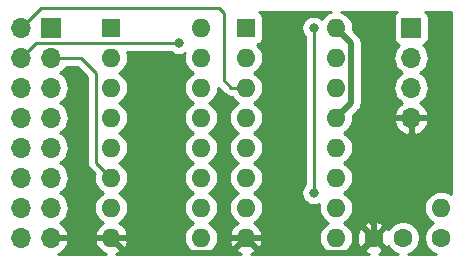
<source format=gtl>
G04 #@! TF.GenerationSoftware,KiCad,Pcbnew,(5.1.2-1)-1*
G04 #@! TF.CreationDate,2023-07-30T19:19:47+02:00*
G04 #@! TF.ProjectId,nanoLink,6e616e6f-4c69-46e6-9b2e-6b696361645f,rev?*
G04 #@! TF.SameCoordinates,Original*
G04 #@! TF.FileFunction,Copper,L1,Top*
G04 #@! TF.FilePolarity,Positive*
%FSLAX46Y46*%
G04 Gerber Fmt 4.6, Leading zero omitted, Abs format (unit mm)*
G04 Created by KiCad (PCBNEW (5.1.2-1)-1) date 2023-07-30 19:19:47*
%MOMM*%
%LPD*%
G04 APERTURE LIST*
%ADD10O,1.600000X1.600000*%
%ADD11C,1.600000*%
%ADD12R,1.600000X1.600000*%
%ADD13O,1.700000X1.700000*%
%ADD14R,1.700000X1.700000*%
%ADD15C,0.800000*%
%ADD16C,0.250000*%
%ADD17C,0.500000*%
%ADD18C,0.254000*%
G04 APERTURE END LIST*
D10*
X48260000Y-27940000D03*
D11*
X48260000Y-30480000D03*
D10*
X39355000Y-12700000D03*
X31735000Y-30480000D03*
X39355000Y-15240000D03*
X31735000Y-27940000D03*
X39355000Y-17780000D03*
X31735000Y-25400000D03*
X39355000Y-20320000D03*
X31735000Y-22860000D03*
X39355000Y-22860000D03*
X31735000Y-20320000D03*
X39355000Y-25400000D03*
X31735000Y-17780000D03*
X39355000Y-27940000D03*
X31735000Y-15240000D03*
X39355000Y-30480000D03*
D12*
X31735000Y-12700000D03*
D10*
X27940000Y-12700000D03*
X20320000Y-30480000D03*
X27940000Y-15240000D03*
X20320000Y-27940000D03*
X27940000Y-17780000D03*
X20320000Y-25400000D03*
X27940000Y-20320000D03*
X20320000Y-22860000D03*
X27940000Y-22860000D03*
X20320000Y-20320000D03*
X27940000Y-25400000D03*
X20320000Y-17780000D03*
X27940000Y-27940000D03*
X20320000Y-15240000D03*
X27940000Y-30480000D03*
D12*
X20320000Y-12700000D03*
D11*
X45045000Y-30480000D03*
X42545000Y-30480000D03*
D13*
X45720000Y-20320000D03*
X45720000Y-17780000D03*
X45720000Y-15240000D03*
D14*
X45720000Y-12700000D03*
D13*
X12700000Y-30480000D03*
X15240000Y-30480000D03*
X12700000Y-27940000D03*
X15240000Y-27940000D03*
X12700000Y-25400000D03*
X15240000Y-25400000D03*
X12700000Y-22860000D03*
X15240000Y-22860000D03*
X12700000Y-20320000D03*
X15240000Y-20320000D03*
X12700000Y-17780000D03*
X15240000Y-17780000D03*
X12700000Y-15240000D03*
X15240000Y-15240000D03*
X12700000Y-12700000D03*
D14*
X15240000Y-12700000D03*
D15*
X37465000Y-26670000D03*
X37465000Y-12700000D03*
X26035000Y-13970000D03*
D16*
X37465000Y-26670000D02*
X37465000Y-12700000D01*
D17*
X15241000Y-30480000D02*
X15204000Y-30443000D01*
X15240000Y-30480000D02*
X20320000Y-30480000D01*
X20320000Y-30480000D02*
X21590000Y-31750000D01*
X21590000Y-31750000D02*
X30480000Y-31750000D01*
X30480000Y-31735000D02*
X31735000Y-30480000D01*
X30480000Y-31750000D02*
X30480000Y-31735000D01*
X31735000Y-30480000D02*
X33005000Y-31750000D01*
X41275000Y-31750000D02*
X42545000Y-30480000D01*
X33005000Y-31750000D02*
X41275000Y-31750000D01*
X42545000Y-29348630D02*
X41910000Y-28713630D01*
X42545000Y-30480000D02*
X42545000Y-29348630D01*
X41910000Y-28713630D02*
X41910000Y-21590000D01*
X43180000Y-20320000D02*
X45720000Y-20320000D01*
X41910000Y-21590000D02*
X43180000Y-20320000D01*
D16*
X12700000Y-15240000D02*
X13970000Y-13970000D01*
X13970000Y-13970000D02*
X26035000Y-13970000D01*
X30480000Y-17780000D02*
X31735000Y-17780000D01*
X29845000Y-17145000D02*
X30480000Y-17780000D01*
X29845000Y-11430000D02*
X29845000Y-17145000D01*
X29433010Y-11018010D02*
X29845000Y-11430000D01*
X14381990Y-11018010D02*
X29433010Y-11018010D01*
X12700000Y-12700000D02*
X14381990Y-11018010D01*
D17*
X40154999Y-13499999D02*
X39355000Y-12700000D01*
X40640000Y-19035000D02*
X40640000Y-13985000D01*
X40640000Y-13985000D02*
X40154999Y-13499999D01*
X39355000Y-20320000D02*
X40640000Y-19035000D01*
D16*
X15240000Y-15240000D02*
X17780000Y-15240000D01*
X17780000Y-15240000D02*
X19050000Y-16510000D01*
X19050000Y-16510000D02*
X19050000Y-24130000D01*
X19050000Y-24130000D02*
X20320000Y-25400000D01*
D18*
G36*
X25375226Y-14773937D02*
G01*
X25544744Y-14887205D01*
X25733102Y-14965226D01*
X25933061Y-15005000D01*
X26136939Y-15005000D01*
X26336898Y-14965226D01*
X26525256Y-14887205D01*
X26553090Y-14868607D01*
X26525764Y-14958691D01*
X26498057Y-15240000D01*
X26525764Y-15521309D01*
X26607818Y-15791808D01*
X26741068Y-16041101D01*
X26920392Y-16259608D01*
X27138899Y-16438932D01*
X27271858Y-16510000D01*
X27138899Y-16581068D01*
X26920392Y-16760392D01*
X26741068Y-16978899D01*
X26607818Y-17228192D01*
X26525764Y-17498691D01*
X26498057Y-17780000D01*
X26525764Y-18061309D01*
X26607818Y-18331808D01*
X26741068Y-18581101D01*
X26920392Y-18799608D01*
X27138899Y-18978932D01*
X27271858Y-19050000D01*
X27138899Y-19121068D01*
X26920392Y-19300392D01*
X26741068Y-19518899D01*
X26607818Y-19768192D01*
X26525764Y-20038691D01*
X26498057Y-20320000D01*
X26525764Y-20601309D01*
X26607818Y-20871808D01*
X26741068Y-21121101D01*
X26920392Y-21339608D01*
X27138899Y-21518932D01*
X27271858Y-21590000D01*
X27138899Y-21661068D01*
X26920392Y-21840392D01*
X26741068Y-22058899D01*
X26607818Y-22308192D01*
X26525764Y-22578691D01*
X26498057Y-22860000D01*
X26525764Y-23141309D01*
X26607818Y-23411808D01*
X26741068Y-23661101D01*
X26920392Y-23879608D01*
X27138899Y-24058932D01*
X27271858Y-24130000D01*
X27138899Y-24201068D01*
X26920392Y-24380392D01*
X26741068Y-24598899D01*
X26607818Y-24848192D01*
X26525764Y-25118691D01*
X26498057Y-25400000D01*
X26525764Y-25681309D01*
X26607818Y-25951808D01*
X26741068Y-26201101D01*
X26920392Y-26419608D01*
X27138899Y-26598932D01*
X27271858Y-26670000D01*
X27138899Y-26741068D01*
X26920392Y-26920392D01*
X26741068Y-27138899D01*
X26607818Y-27388192D01*
X26525764Y-27658691D01*
X26498057Y-27940000D01*
X26525764Y-28221309D01*
X26607818Y-28491808D01*
X26741068Y-28741101D01*
X26920392Y-28959608D01*
X27138899Y-29138932D01*
X27271858Y-29210000D01*
X27138899Y-29281068D01*
X26920392Y-29460392D01*
X26741068Y-29678899D01*
X26607818Y-29928192D01*
X26525764Y-30198691D01*
X26498057Y-30480000D01*
X26525764Y-30761309D01*
X26607818Y-31031808D01*
X26741068Y-31281101D01*
X26920392Y-31499608D01*
X27138899Y-31678932D01*
X27388192Y-31812182D01*
X27519456Y-31852000D01*
X20724637Y-31852000D01*
X20933881Y-31777070D01*
X21175131Y-31632385D01*
X21383519Y-31443414D01*
X21551037Y-31217420D01*
X21671246Y-30963087D01*
X21711904Y-30829039D01*
X21589915Y-30607000D01*
X20447000Y-30607000D01*
X20447000Y-30627000D01*
X20193000Y-30627000D01*
X20193000Y-30607000D01*
X19050085Y-30607000D01*
X18928096Y-30829039D01*
X18968754Y-30963087D01*
X19088963Y-31217420D01*
X19256481Y-31443414D01*
X19464869Y-31632385D01*
X19706119Y-31777070D01*
X19915363Y-31852000D01*
X15792761Y-31852000D01*
X15871252Y-31824157D01*
X16121355Y-31675178D01*
X16337588Y-31480269D01*
X16511641Y-31246920D01*
X16636825Y-30984099D01*
X16681476Y-30836890D01*
X16560155Y-30607000D01*
X15367000Y-30607000D01*
X15367000Y-30627000D01*
X15113000Y-30627000D01*
X15113000Y-30607000D01*
X15093000Y-30607000D01*
X15093000Y-30353000D01*
X15113000Y-30353000D01*
X15113000Y-30333000D01*
X15367000Y-30333000D01*
X15367000Y-30353000D01*
X16560155Y-30353000D01*
X16681476Y-30123110D01*
X16636825Y-29975901D01*
X16511641Y-29713080D01*
X16337588Y-29479731D01*
X16121355Y-29284822D01*
X16004477Y-29215201D01*
X16069014Y-29180706D01*
X16295134Y-28995134D01*
X16480706Y-28769014D01*
X16618599Y-28511034D01*
X16703513Y-28231111D01*
X16732185Y-27940000D01*
X16703513Y-27648889D01*
X16618599Y-27368966D01*
X16480706Y-27110986D01*
X16295134Y-26884866D01*
X16069014Y-26699294D01*
X16014209Y-26670000D01*
X16069014Y-26640706D01*
X16295134Y-26455134D01*
X16480706Y-26229014D01*
X16618599Y-25971034D01*
X16703513Y-25691111D01*
X16732185Y-25400000D01*
X16703513Y-25108889D01*
X16618599Y-24828966D01*
X16480706Y-24570986D01*
X16295134Y-24344866D01*
X16069014Y-24159294D01*
X16014209Y-24130000D01*
X16069014Y-24100706D01*
X16295134Y-23915134D01*
X16480706Y-23689014D01*
X16618599Y-23431034D01*
X16703513Y-23151111D01*
X16732185Y-22860000D01*
X16703513Y-22568889D01*
X16618599Y-22288966D01*
X16480706Y-22030986D01*
X16295134Y-21804866D01*
X16069014Y-21619294D01*
X16014209Y-21590000D01*
X16069014Y-21560706D01*
X16295134Y-21375134D01*
X16480706Y-21149014D01*
X16618599Y-20891034D01*
X16703513Y-20611111D01*
X16732185Y-20320000D01*
X16703513Y-20028889D01*
X16618599Y-19748966D01*
X16480706Y-19490986D01*
X16295134Y-19264866D01*
X16069014Y-19079294D01*
X16014209Y-19050000D01*
X16069014Y-19020706D01*
X16295134Y-18835134D01*
X16480706Y-18609014D01*
X16618599Y-18351034D01*
X16703513Y-18071111D01*
X16732185Y-17780000D01*
X16703513Y-17488889D01*
X16618599Y-17208966D01*
X16480706Y-16950986D01*
X16295134Y-16724866D01*
X16069014Y-16539294D01*
X16014209Y-16510000D01*
X16069014Y-16480706D01*
X16295134Y-16295134D01*
X16480706Y-16069014D01*
X16517595Y-16000000D01*
X17465199Y-16000000D01*
X18290000Y-16824802D01*
X18290001Y-24092668D01*
X18286324Y-24130000D01*
X18290001Y-24167333D01*
X18292449Y-24192182D01*
X18300998Y-24278985D01*
X18344454Y-24422246D01*
X18415026Y-24554276D01*
X18451648Y-24598899D01*
X18510000Y-24670001D01*
X18538998Y-24693799D01*
X18919292Y-25074094D01*
X18905764Y-25118691D01*
X18878057Y-25400000D01*
X18905764Y-25681309D01*
X18987818Y-25951808D01*
X19121068Y-26201101D01*
X19300392Y-26419608D01*
X19518899Y-26598932D01*
X19651858Y-26670000D01*
X19518899Y-26741068D01*
X19300392Y-26920392D01*
X19121068Y-27138899D01*
X18987818Y-27388192D01*
X18905764Y-27658691D01*
X18878057Y-27940000D01*
X18905764Y-28221309D01*
X18987818Y-28491808D01*
X19121068Y-28741101D01*
X19300392Y-28959608D01*
X19518899Y-29138932D01*
X19656682Y-29212579D01*
X19464869Y-29327615D01*
X19256481Y-29516586D01*
X19088963Y-29742580D01*
X18968754Y-29996913D01*
X18928096Y-30130961D01*
X19050085Y-30353000D01*
X20193000Y-30353000D01*
X20193000Y-30333000D01*
X20447000Y-30333000D01*
X20447000Y-30353000D01*
X21589915Y-30353000D01*
X21711904Y-30130961D01*
X21671246Y-29996913D01*
X21551037Y-29742580D01*
X21383519Y-29516586D01*
X21175131Y-29327615D01*
X20983318Y-29212579D01*
X21121101Y-29138932D01*
X21339608Y-28959608D01*
X21518932Y-28741101D01*
X21652182Y-28491808D01*
X21734236Y-28221309D01*
X21761943Y-27940000D01*
X21734236Y-27658691D01*
X21652182Y-27388192D01*
X21518932Y-27138899D01*
X21339608Y-26920392D01*
X21121101Y-26741068D01*
X20988142Y-26670000D01*
X21121101Y-26598932D01*
X21339608Y-26419608D01*
X21518932Y-26201101D01*
X21652182Y-25951808D01*
X21734236Y-25681309D01*
X21761943Y-25400000D01*
X21734236Y-25118691D01*
X21652182Y-24848192D01*
X21518932Y-24598899D01*
X21339608Y-24380392D01*
X21121101Y-24201068D01*
X20988142Y-24130000D01*
X21121101Y-24058932D01*
X21339608Y-23879608D01*
X21518932Y-23661101D01*
X21652182Y-23411808D01*
X21734236Y-23141309D01*
X21761943Y-22860000D01*
X21734236Y-22578691D01*
X21652182Y-22308192D01*
X21518932Y-22058899D01*
X21339608Y-21840392D01*
X21121101Y-21661068D01*
X20988142Y-21590000D01*
X21121101Y-21518932D01*
X21339608Y-21339608D01*
X21518932Y-21121101D01*
X21652182Y-20871808D01*
X21734236Y-20601309D01*
X21761943Y-20320000D01*
X21734236Y-20038691D01*
X21652182Y-19768192D01*
X21518932Y-19518899D01*
X21339608Y-19300392D01*
X21121101Y-19121068D01*
X20988142Y-19050000D01*
X21121101Y-18978932D01*
X21339608Y-18799608D01*
X21518932Y-18581101D01*
X21652182Y-18331808D01*
X21734236Y-18061309D01*
X21761943Y-17780000D01*
X21734236Y-17498691D01*
X21652182Y-17228192D01*
X21518932Y-16978899D01*
X21339608Y-16760392D01*
X21121101Y-16581068D01*
X20988142Y-16510000D01*
X21121101Y-16438932D01*
X21339608Y-16259608D01*
X21518932Y-16041101D01*
X21652182Y-15791808D01*
X21734236Y-15521309D01*
X21761943Y-15240000D01*
X21734236Y-14958691D01*
X21664864Y-14730000D01*
X25331289Y-14730000D01*
X25375226Y-14773937D01*
X25375226Y-14773937D01*
G37*
X25375226Y-14773937D02*
X25544744Y-14887205D01*
X25733102Y-14965226D01*
X25933061Y-15005000D01*
X26136939Y-15005000D01*
X26336898Y-14965226D01*
X26525256Y-14887205D01*
X26553090Y-14868607D01*
X26525764Y-14958691D01*
X26498057Y-15240000D01*
X26525764Y-15521309D01*
X26607818Y-15791808D01*
X26741068Y-16041101D01*
X26920392Y-16259608D01*
X27138899Y-16438932D01*
X27271858Y-16510000D01*
X27138899Y-16581068D01*
X26920392Y-16760392D01*
X26741068Y-16978899D01*
X26607818Y-17228192D01*
X26525764Y-17498691D01*
X26498057Y-17780000D01*
X26525764Y-18061309D01*
X26607818Y-18331808D01*
X26741068Y-18581101D01*
X26920392Y-18799608D01*
X27138899Y-18978932D01*
X27271858Y-19050000D01*
X27138899Y-19121068D01*
X26920392Y-19300392D01*
X26741068Y-19518899D01*
X26607818Y-19768192D01*
X26525764Y-20038691D01*
X26498057Y-20320000D01*
X26525764Y-20601309D01*
X26607818Y-20871808D01*
X26741068Y-21121101D01*
X26920392Y-21339608D01*
X27138899Y-21518932D01*
X27271858Y-21590000D01*
X27138899Y-21661068D01*
X26920392Y-21840392D01*
X26741068Y-22058899D01*
X26607818Y-22308192D01*
X26525764Y-22578691D01*
X26498057Y-22860000D01*
X26525764Y-23141309D01*
X26607818Y-23411808D01*
X26741068Y-23661101D01*
X26920392Y-23879608D01*
X27138899Y-24058932D01*
X27271858Y-24130000D01*
X27138899Y-24201068D01*
X26920392Y-24380392D01*
X26741068Y-24598899D01*
X26607818Y-24848192D01*
X26525764Y-25118691D01*
X26498057Y-25400000D01*
X26525764Y-25681309D01*
X26607818Y-25951808D01*
X26741068Y-26201101D01*
X26920392Y-26419608D01*
X27138899Y-26598932D01*
X27271858Y-26670000D01*
X27138899Y-26741068D01*
X26920392Y-26920392D01*
X26741068Y-27138899D01*
X26607818Y-27388192D01*
X26525764Y-27658691D01*
X26498057Y-27940000D01*
X26525764Y-28221309D01*
X26607818Y-28491808D01*
X26741068Y-28741101D01*
X26920392Y-28959608D01*
X27138899Y-29138932D01*
X27271858Y-29210000D01*
X27138899Y-29281068D01*
X26920392Y-29460392D01*
X26741068Y-29678899D01*
X26607818Y-29928192D01*
X26525764Y-30198691D01*
X26498057Y-30480000D01*
X26525764Y-30761309D01*
X26607818Y-31031808D01*
X26741068Y-31281101D01*
X26920392Y-31499608D01*
X27138899Y-31678932D01*
X27388192Y-31812182D01*
X27519456Y-31852000D01*
X20724637Y-31852000D01*
X20933881Y-31777070D01*
X21175131Y-31632385D01*
X21383519Y-31443414D01*
X21551037Y-31217420D01*
X21671246Y-30963087D01*
X21711904Y-30829039D01*
X21589915Y-30607000D01*
X20447000Y-30607000D01*
X20447000Y-30627000D01*
X20193000Y-30627000D01*
X20193000Y-30607000D01*
X19050085Y-30607000D01*
X18928096Y-30829039D01*
X18968754Y-30963087D01*
X19088963Y-31217420D01*
X19256481Y-31443414D01*
X19464869Y-31632385D01*
X19706119Y-31777070D01*
X19915363Y-31852000D01*
X15792761Y-31852000D01*
X15871252Y-31824157D01*
X16121355Y-31675178D01*
X16337588Y-31480269D01*
X16511641Y-31246920D01*
X16636825Y-30984099D01*
X16681476Y-30836890D01*
X16560155Y-30607000D01*
X15367000Y-30607000D01*
X15367000Y-30627000D01*
X15113000Y-30627000D01*
X15113000Y-30607000D01*
X15093000Y-30607000D01*
X15093000Y-30353000D01*
X15113000Y-30353000D01*
X15113000Y-30333000D01*
X15367000Y-30333000D01*
X15367000Y-30353000D01*
X16560155Y-30353000D01*
X16681476Y-30123110D01*
X16636825Y-29975901D01*
X16511641Y-29713080D01*
X16337588Y-29479731D01*
X16121355Y-29284822D01*
X16004477Y-29215201D01*
X16069014Y-29180706D01*
X16295134Y-28995134D01*
X16480706Y-28769014D01*
X16618599Y-28511034D01*
X16703513Y-28231111D01*
X16732185Y-27940000D01*
X16703513Y-27648889D01*
X16618599Y-27368966D01*
X16480706Y-27110986D01*
X16295134Y-26884866D01*
X16069014Y-26699294D01*
X16014209Y-26670000D01*
X16069014Y-26640706D01*
X16295134Y-26455134D01*
X16480706Y-26229014D01*
X16618599Y-25971034D01*
X16703513Y-25691111D01*
X16732185Y-25400000D01*
X16703513Y-25108889D01*
X16618599Y-24828966D01*
X16480706Y-24570986D01*
X16295134Y-24344866D01*
X16069014Y-24159294D01*
X16014209Y-24130000D01*
X16069014Y-24100706D01*
X16295134Y-23915134D01*
X16480706Y-23689014D01*
X16618599Y-23431034D01*
X16703513Y-23151111D01*
X16732185Y-22860000D01*
X16703513Y-22568889D01*
X16618599Y-22288966D01*
X16480706Y-22030986D01*
X16295134Y-21804866D01*
X16069014Y-21619294D01*
X16014209Y-21590000D01*
X16069014Y-21560706D01*
X16295134Y-21375134D01*
X16480706Y-21149014D01*
X16618599Y-20891034D01*
X16703513Y-20611111D01*
X16732185Y-20320000D01*
X16703513Y-20028889D01*
X16618599Y-19748966D01*
X16480706Y-19490986D01*
X16295134Y-19264866D01*
X16069014Y-19079294D01*
X16014209Y-19050000D01*
X16069014Y-19020706D01*
X16295134Y-18835134D01*
X16480706Y-18609014D01*
X16618599Y-18351034D01*
X16703513Y-18071111D01*
X16732185Y-17780000D01*
X16703513Y-17488889D01*
X16618599Y-17208966D01*
X16480706Y-16950986D01*
X16295134Y-16724866D01*
X16069014Y-16539294D01*
X16014209Y-16510000D01*
X16069014Y-16480706D01*
X16295134Y-16295134D01*
X16480706Y-16069014D01*
X16517595Y-16000000D01*
X17465199Y-16000000D01*
X18290000Y-16824802D01*
X18290001Y-24092668D01*
X18286324Y-24130000D01*
X18290001Y-24167333D01*
X18292449Y-24192182D01*
X18300998Y-24278985D01*
X18344454Y-24422246D01*
X18415026Y-24554276D01*
X18451648Y-24598899D01*
X18510000Y-24670001D01*
X18538998Y-24693799D01*
X18919292Y-25074094D01*
X18905764Y-25118691D01*
X18878057Y-25400000D01*
X18905764Y-25681309D01*
X18987818Y-25951808D01*
X19121068Y-26201101D01*
X19300392Y-26419608D01*
X19518899Y-26598932D01*
X19651858Y-26670000D01*
X19518899Y-26741068D01*
X19300392Y-26920392D01*
X19121068Y-27138899D01*
X18987818Y-27388192D01*
X18905764Y-27658691D01*
X18878057Y-27940000D01*
X18905764Y-28221309D01*
X18987818Y-28491808D01*
X19121068Y-28741101D01*
X19300392Y-28959608D01*
X19518899Y-29138932D01*
X19656682Y-29212579D01*
X19464869Y-29327615D01*
X19256481Y-29516586D01*
X19088963Y-29742580D01*
X18968754Y-29996913D01*
X18928096Y-30130961D01*
X19050085Y-30353000D01*
X20193000Y-30353000D01*
X20193000Y-30333000D01*
X20447000Y-30333000D01*
X20447000Y-30353000D01*
X21589915Y-30353000D01*
X21711904Y-30130961D01*
X21671246Y-29996913D01*
X21551037Y-29742580D01*
X21383519Y-29516586D01*
X21175131Y-29327615D01*
X20983318Y-29212579D01*
X21121101Y-29138932D01*
X21339608Y-28959608D01*
X21518932Y-28741101D01*
X21652182Y-28491808D01*
X21734236Y-28221309D01*
X21761943Y-27940000D01*
X21734236Y-27658691D01*
X21652182Y-27388192D01*
X21518932Y-27138899D01*
X21339608Y-26920392D01*
X21121101Y-26741068D01*
X20988142Y-26670000D01*
X21121101Y-26598932D01*
X21339608Y-26419608D01*
X21518932Y-26201101D01*
X21652182Y-25951808D01*
X21734236Y-25681309D01*
X21761943Y-25400000D01*
X21734236Y-25118691D01*
X21652182Y-24848192D01*
X21518932Y-24598899D01*
X21339608Y-24380392D01*
X21121101Y-24201068D01*
X20988142Y-24130000D01*
X21121101Y-24058932D01*
X21339608Y-23879608D01*
X21518932Y-23661101D01*
X21652182Y-23411808D01*
X21734236Y-23141309D01*
X21761943Y-22860000D01*
X21734236Y-22578691D01*
X21652182Y-22308192D01*
X21518932Y-22058899D01*
X21339608Y-21840392D01*
X21121101Y-21661068D01*
X20988142Y-21590000D01*
X21121101Y-21518932D01*
X21339608Y-21339608D01*
X21518932Y-21121101D01*
X21652182Y-20871808D01*
X21734236Y-20601309D01*
X21761943Y-20320000D01*
X21734236Y-20038691D01*
X21652182Y-19768192D01*
X21518932Y-19518899D01*
X21339608Y-19300392D01*
X21121101Y-19121068D01*
X20988142Y-19050000D01*
X21121101Y-18978932D01*
X21339608Y-18799608D01*
X21518932Y-18581101D01*
X21652182Y-18331808D01*
X21734236Y-18061309D01*
X21761943Y-17780000D01*
X21734236Y-17498691D01*
X21652182Y-17228192D01*
X21518932Y-16978899D01*
X21339608Y-16760392D01*
X21121101Y-16581068D01*
X20988142Y-16510000D01*
X21121101Y-16438932D01*
X21339608Y-16259608D01*
X21518932Y-16041101D01*
X21652182Y-15791808D01*
X21734236Y-15521309D01*
X21761943Y-15240000D01*
X21734236Y-14958691D01*
X21664864Y-14730000D01*
X25331289Y-14730000D01*
X25375226Y-14773937D01*
G36*
X44418815Y-11398815D02*
G01*
X44339463Y-11495506D01*
X44280498Y-11605820D01*
X44244188Y-11725518D01*
X44231928Y-11850000D01*
X44231928Y-13550000D01*
X44244188Y-13674482D01*
X44280498Y-13794180D01*
X44339463Y-13904494D01*
X44418815Y-14001185D01*
X44515506Y-14080537D01*
X44625820Y-14139502D01*
X44694687Y-14160393D01*
X44664866Y-14184866D01*
X44479294Y-14410986D01*
X44341401Y-14668966D01*
X44256487Y-14948889D01*
X44227815Y-15240000D01*
X44256487Y-15531111D01*
X44341401Y-15811034D01*
X44479294Y-16069014D01*
X44664866Y-16295134D01*
X44890986Y-16480706D01*
X44945791Y-16510000D01*
X44890986Y-16539294D01*
X44664866Y-16724866D01*
X44479294Y-16950986D01*
X44341401Y-17208966D01*
X44256487Y-17488889D01*
X44227815Y-17780000D01*
X44256487Y-18071111D01*
X44341401Y-18351034D01*
X44479294Y-18609014D01*
X44664866Y-18835134D01*
X44890986Y-19020706D01*
X44955523Y-19055201D01*
X44838645Y-19124822D01*
X44622412Y-19319731D01*
X44448359Y-19553080D01*
X44323175Y-19815901D01*
X44278524Y-19963110D01*
X44399845Y-20193000D01*
X45593000Y-20193000D01*
X45593000Y-20173000D01*
X45847000Y-20173000D01*
X45847000Y-20193000D01*
X47040155Y-20193000D01*
X47161476Y-19963110D01*
X47116825Y-19815901D01*
X46991641Y-19553080D01*
X46817588Y-19319731D01*
X46601355Y-19124822D01*
X46484477Y-19055201D01*
X46549014Y-19020706D01*
X46775134Y-18835134D01*
X46960706Y-18609014D01*
X47098599Y-18351034D01*
X47183513Y-18071111D01*
X47212185Y-17780000D01*
X47183513Y-17488889D01*
X47098599Y-17208966D01*
X46960706Y-16950986D01*
X46775134Y-16724866D01*
X46549014Y-16539294D01*
X46494209Y-16510000D01*
X46549014Y-16480706D01*
X46775134Y-16295134D01*
X46960706Y-16069014D01*
X47098599Y-15811034D01*
X47183513Y-15531111D01*
X47212185Y-15240000D01*
X47183513Y-14948889D01*
X47098599Y-14668966D01*
X46960706Y-14410986D01*
X46775134Y-14184866D01*
X46745313Y-14160393D01*
X46814180Y-14139502D01*
X46924494Y-14080537D01*
X47021185Y-14001185D01*
X47100537Y-13904494D01*
X47159502Y-13794180D01*
X47195812Y-13674482D01*
X47208072Y-13550000D01*
X47208072Y-11850000D01*
X47195812Y-11725518D01*
X47159502Y-11605820D01*
X47100537Y-11495506D01*
X47021185Y-11398815D01*
X46934896Y-11328000D01*
X49116725Y-11328000D01*
X49123513Y-11328666D01*
X49124000Y-11333301D01*
X49124001Y-26792688D01*
X49061101Y-26741068D01*
X48811808Y-26607818D01*
X48541309Y-26525764D01*
X48330492Y-26505000D01*
X48189508Y-26505000D01*
X47978691Y-26525764D01*
X47708192Y-26607818D01*
X47458899Y-26741068D01*
X47240392Y-26920392D01*
X47061068Y-27138899D01*
X46927818Y-27388192D01*
X46845764Y-27658691D01*
X46818057Y-27940000D01*
X46845764Y-28221309D01*
X46927818Y-28491808D01*
X47061068Y-28741101D01*
X47240392Y-28959608D01*
X47458899Y-29138932D01*
X47585029Y-29206350D01*
X47580273Y-29208320D01*
X47345241Y-29365363D01*
X47145363Y-29565241D01*
X46988320Y-29800273D01*
X46880147Y-30061426D01*
X46825000Y-30338665D01*
X46825000Y-30621335D01*
X46880147Y-30898574D01*
X46988320Y-31159727D01*
X47145363Y-31394759D01*
X47345241Y-31594637D01*
X47580273Y-31751680D01*
X47822467Y-31852000D01*
X45482533Y-31852000D01*
X45724727Y-31751680D01*
X45959759Y-31594637D01*
X46159637Y-31394759D01*
X46316680Y-31159727D01*
X46424853Y-30898574D01*
X46480000Y-30621335D01*
X46480000Y-30338665D01*
X46424853Y-30061426D01*
X46316680Y-29800273D01*
X46159637Y-29565241D01*
X45959759Y-29365363D01*
X45724727Y-29208320D01*
X45463574Y-29100147D01*
X45186335Y-29045000D01*
X44903665Y-29045000D01*
X44626426Y-29100147D01*
X44365273Y-29208320D01*
X44130241Y-29365363D01*
X43930363Y-29565241D01*
X43796308Y-29765869D01*
X43781671Y-29738486D01*
X43537702Y-29666903D01*
X42724605Y-30480000D01*
X43537702Y-31293097D01*
X43781671Y-31221514D01*
X43795324Y-31192659D01*
X43930363Y-31394759D01*
X44130241Y-31594637D01*
X44365273Y-31751680D01*
X44607467Y-31852000D01*
X42970034Y-31852000D01*
X43161292Y-31783603D01*
X43286514Y-31716671D01*
X43358097Y-31472702D01*
X42545000Y-30659605D01*
X41731903Y-31472702D01*
X41803486Y-31716671D01*
X42058996Y-31837571D01*
X42116559Y-31852000D01*
X39775544Y-31852000D01*
X39906808Y-31812182D01*
X40156101Y-31678932D01*
X40374608Y-31499608D01*
X40553932Y-31281101D01*
X40687182Y-31031808D01*
X40769236Y-30761309D01*
X40789998Y-30550512D01*
X41104783Y-30550512D01*
X41146213Y-30830130D01*
X41241397Y-31096292D01*
X41308329Y-31221514D01*
X41552298Y-31293097D01*
X42365395Y-30480000D01*
X41552298Y-29666903D01*
X41308329Y-29738486D01*
X41187429Y-29993996D01*
X41118700Y-30268184D01*
X41104783Y-30550512D01*
X40789998Y-30550512D01*
X40796943Y-30480000D01*
X40769236Y-30198691D01*
X40687182Y-29928192D01*
X40553932Y-29678899D01*
X40396690Y-29487298D01*
X41731903Y-29487298D01*
X42545000Y-30300395D01*
X43358097Y-29487298D01*
X43286514Y-29243329D01*
X43031004Y-29122429D01*
X42756816Y-29053700D01*
X42474488Y-29039783D01*
X42194870Y-29081213D01*
X41928708Y-29176397D01*
X41803486Y-29243329D01*
X41731903Y-29487298D01*
X40396690Y-29487298D01*
X40374608Y-29460392D01*
X40156101Y-29281068D01*
X40023142Y-29210000D01*
X40156101Y-29138932D01*
X40374608Y-28959608D01*
X40553932Y-28741101D01*
X40687182Y-28491808D01*
X40769236Y-28221309D01*
X40796943Y-27940000D01*
X40769236Y-27658691D01*
X40687182Y-27388192D01*
X40553932Y-27138899D01*
X40374608Y-26920392D01*
X40156101Y-26741068D01*
X40023142Y-26670000D01*
X40156101Y-26598932D01*
X40374608Y-26419608D01*
X40553932Y-26201101D01*
X40687182Y-25951808D01*
X40769236Y-25681309D01*
X40796943Y-25400000D01*
X40769236Y-25118691D01*
X40687182Y-24848192D01*
X40553932Y-24598899D01*
X40374608Y-24380392D01*
X40156101Y-24201068D01*
X40023142Y-24130000D01*
X40156101Y-24058932D01*
X40374608Y-23879608D01*
X40553932Y-23661101D01*
X40687182Y-23411808D01*
X40769236Y-23141309D01*
X40796943Y-22860000D01*
X40769236Y-22578691D01*
X40687182Y-22308192D01*
X40553932Y-22058899D01*
X40374608Y-21840392D01*
X40156101Y-21661068D01*
X40023142Y-21590000D01*
X40156101Y-21518932D01*
X40374608Y-21339608D01*
X40553932Y-21121101D01*
X40687182Y-20871808D01*
X40746309Y-20676890D01*
X44278524Y-20676890D01*
X44323175Y-20824099D01*
X44448359Y-21086920D01*
X44622412Y-21320269D01*
X44838645Y-21515178D01*
X45088748Y-21664157D01*
X45363109Y-21761481D01*
X45593000Y-21640814D01*
X45593000Y-20447000D01*
X45847000Y-20447000D01*
X45847000Y-21640814D01*
X46076891Y-21761481D01*
X46351252Y-21664157D01*
X46601355Y-21515178D01*
X46817588Y-21320269D01*
X46991641Y-21086920D01*
X47116825Y-20824099D01*
X47161476Y-20676890D01*
X47040155Y-20447000D01*
X45847000Y-20447000D01*
X45593000Y-20447000D01*
X44399845Y-20447000D01*
X44278524Y-20676890D01*
X40746309Y-20676890D01*
X40769236Y-20601309D01*
X40796943Y-20320000D01*
X40779875Y-20146704D01*
X41235050Y-19691529D01*
X41268817Y-19663817D01*
X41379411Y-19529059D01*
X41461589Y-19375313D01*
X41512195Y-19208490D01*
X41525000Y-19078477D01*
X41525000Y-19078467D01*
X41529281Y-19035001D01*
X41525000Y-18991535D01*
X41525000Y-14028469D01*
X41529281Y-13985000D01*
X41525000Y-13941531D01*
X41525000Y-13941523D01*
X41512195Y-13811510D01*
X41461589Y-13644687D01*
X41379411Y-13490941D01*
X41268817Y-13356183D01*
X41235044Y-13328466D01*
X40811536Y-12904958D01*
X40811531Y-12904952D01*
X40779875Y-12873296D01*
X40796943Y-12700000D01*
X40769236Y-12418691D01*
X40687182Y-12148192D01*
X40553932Y-11898899D01*
X40374608Y-11680392D01*
X40156101Y-11501068D01*
X39906808Y-11367818D01*
X39775544Y-11328000D01*
X44505104Y-11328000D01*
X44418815Y-11398815D01*
X44418815Y-11398815D01*
G37*
X44418815Y-11398815D02*
X44339463Y-11495506D01*
X44280498Y-11605820D01*
X44244188Y-11725518D01*
X44231928Y-11850000D01*
X44231928Y-13550000D01*
X44244188Y-13674482D01*
X44280498Y-13794180D01*
X44339463Y-13904494D01*
X44418815Y-14001185D01*
X44515506Y-14080537D01*
X44625820Y-14139502D01*
X44694687Y-14160393D01*
X44664866Y-14184866D01*
X44479294Y-14410986D01*
X44341401Y-14668966D01*
X44256487Y-14948889D01*
X44227815Y-15240000D01*
X44256487Y-15531111D01*
X44341401Y-15811034D01*
X44479294Y-16069014D01*
X44664866Y-16295134D01*
X44890986Y-16480706D01*
X44945791Y-16510000D01*
X44890986Y-16539294D01*
X44664866Y-16724866D01*
X44479294Y-16950986D01*
X44341401Y-17208966D01*
X44256487Y-17488889D01*
X44227815Y-17780000D01*
X44256487Y-18071111D01*
X44341401Y-18351034D01*
X44479294Y-18609014D01*
X44664866Y-18835134D01*
X44890986Y-19020706D01*
X44955523Y-19055201D01*
X44838645Y-19124822D01*
X44622412Y-19319731D01*
X44448359Y-19553080D01*
X44323175Y-19815901D01*
X44278524Y-19963110D01*
X44399845Y-20193000D01*
X45593000Y-20193000D01*
X45593000Y-20173000D01*
X45847000Y-20173000D01*
X45847000Y-20193000D01*
X47040155Y-20193000D01*
X47161476Y-19963110D01*
X47116825Y-19815901D01*
X46991641Y-19553080D01*
X46817588Y-19319731D01*
X46601355Y-19124822D01*
X46484477Y-19055201D01*
X46549014Y-19020706D01*
X46775134Y-18835134D01*
X46960706Y-18609014D01*
X47098599Y-18351034D01*
X47183513Y-18071111D01*
X47212185Y-17780000D01*
X47183513Y-17488889D01*
X47098599Y-17208966D01*
X46960706Y-16950986D01*
X46775134Y-16724866D01*
X46549014Y-16539294D01*
X46494209Y-16510000D01*
X46549014Y-16480706D01*
X46775134Y-16295134D01*
X46960706Y-16069014D01*
X47098599Y-15811034D01*
X47183513Y-15531111D01*
X47212185Y-15240000D01*
X47183513Y-14948889D01*
X47098599Y-14668966D01*
X46960706Y-14410986D01*
X46775134Y-14184866D01*
X46745313Y-14160393D01*
X46814180Y-14139502D01*
X46924494Y-14080537D01*
X47021185Y-14001185D01*
X47100537Y-13904494D01*
X47159502Y-13794180D01*
X47195812Y-13674482D01*
X47208072Y-13550000D01*
X47208072Y-11850000D01*
X47195812Y-11725518D01*
X47159502Y-11605820D01*
X47100537Y-11495506D01*
X47021185Y-11398815D01*
X46934896Y-11328000D01*
X49116725Y-11328000D01*
X49123513Y-11328666D01*
X49124000Y-11333301D01*
X49124001Y-26792688D01*
X49061101Y-26741068D01*
X48811808Y-26607818D01*
X48541309Y-26525764D01*
X48330492Y-26505000D01*
X48189508Y-26505000D01*
X47978691Y-26525764D01*
X47708192Y-26607818D01*
X47458899Y-26741068D01*
X47240392Y-26920392D01*
X47061068Y-27138899D01*
X46927818Y-27388192D01*
X46845764Y-27658691D01*
X46818057Y-27940000D01*
X46845764Y-28221309D01*
X46927818Y-28491808D01*
X47061068Y-28741101D01*
X47240392Y-28959608D01*
X47458899Y-29138932D01*
X47585029Y-29206350D01*
X47580273Y-29208320D01*
X47345241Y-29365363D01*
X47145363Y-29565241D01*
X46988320Y-29800273D01*
X46880147Y-30061426D01*
X46825000Y-30338665D01*
X46825000Y-30621335D01*
X46880147Y-30898574D01*
X46988320Y-31159727D01*
X47145363Y-31394759D01*
X47345241Y-31594637D01*
X47580273Y-31751680D01*
X47822467Y-31852000D01*
X45482533Y-31852000D01*
X45724727Y-31751680D01*
X45959759Y-31594637D01*
X46159637Y-31394759D01*
X46316680Y-31159727D01*
X46424853Y-30898574D01*
X46480000Y-30621335D01*
X46480000Y-30338665D01*
X46424853Y-30061426D01*
X46316680Y-29800273D01*
X46159637Y-29565241D01*
X45959759Y-29365363D01*
X45724727Y-29208320D01*
X45463574Y-29100147D01*
X45186335Y-29045000D01*
X44903665Y-29045000D01*
X44626426Y-29100147D01*
X44365273Y-29208320D01*
X44130241Y-29365363D01*
X43930363Y-29565241D01*
X43796308Y-29765869D01*
X43781671Y-29738486D01*
X43537702Y-29666903D01*
X42724605Y-30480000D01*
X43537702Y-31293097D01*
X43781671Y-31221514D01*
X43795324Y-31192659D01*
X43930363Y-31394759D01*
X44130241Y-31594637D01*
X44365273Y-31751680D01*
X44607467Y-31852000D01*
X42970034Y-31852000D01*
X43161292Y-31783603D01*
X43286514Y-31716671D01*
X43358097Y-31472702D01*
X42545000Y-30659605D01*
X41731903Y-31472702D01*
X41803486Y-31716671D01*
X42058996Y-31837571D01*
X42116559Y-31852000D01*
X39775544Y-31852000D01*
X39906808Y-31812182D01*
X40156101Y-31678932D01*
X40374608Y-31499608D01*
X40553932Y-31281101D01*
X40687182Y-31031808D01*
X40769236Y-30761309D01*
X40789998Y-30550512D01*
X41104783Y-30550512D01*
X41146213Y-30830130D01*
X41241397Y-31096292D01*
X41308329Y-31221514D01*
X41552298Y-31293097D01*
X42365395Y-30480000D01*
X41552298Y-29666903D01*
X41308329Y-29738486D01*
X41187429Y-29993996D01*
X41118700Y-30268184D01*
X41104783Y-30550512D01*
X40789998Y-30550512D01*
X40796943Y-30480000D01*
X40769236Y-30198691D01*
X40687182Y-29928192D01*
X40553932Y-29678899D01*
X40396690Y-29487298D01*
X41731903Y-29487298D01*
X42545000Y-30300395D01*
X43358097Y-29487298D01*
X43286514Y-29243329D01*
X43031004Y-29122429D01*
X42756816Y-29053700D01*
X42474488Y-29039783D01*
X42194870Y-29081213D01*
X41928708Y-29176397D01*
X41803486Y-29243329D01*
X41731903Y-29487298D01*
X40396690Y-29487298D01*
X40374608Y-29460392D01*
X40156101Y-29281068D01*
X40023142Y-29210000D01*
X40156101Y-29138932D01*
X40374608Y-28959608D01*
X40553932Y-28741101D01*
X40687182Y-28491808D01*
X40769236Y-28221309D01*
X40796943Y-27940000D01*
X40769236Y-27658691D01*
X40687182Y-27388192D01*
X40553932Y-27138899D01*
X40374608Y-26920392D01*
X40156101Y-26741068D01*
X40023142Y-26670000D01*
X40156101Y-26598932D01*
X40374608Y-26419608D01*
X40553932Y-26201101D01*
X40687182Y-25951808D01*
X40769236Y-25681309D01*
X40796943Y-25400000D01*
X40769236Y-25118691D01*
X40687182Y-24848192D01*
X40553932Y-24598899D01*
X40374608Y-24380392D01*
X40156101Y-24201068D01*
X40023142Y-24130000D01*
X40156101Y-24058932D01*
X40374608Y-23879608D01*
X40553932Y-23661101D01*
X40687182Y-23411808D01*
X40769236Y-23141309D01*
X40796943Y-22860000D01*
X40769236Y-22578691D01*
X40687182Y-22308192D01*
X40553932Y-22058899D01*
X40374608Y-21840392D01*
X40156101Y-21661068D01*
X40023142Y-21590000D01*
X40156101Y-21518932D01*
X40374608Y-21339608D01*
X40553932Y-21121101D01*
X40687182Y-20871808D01*
X40746309Y-20676890D01*
X44278524Y-20676890D01*
X44323175Y-20824099D01*
X44448359Y-21086920D01*
X44622412Y-21320269D01*
X44838645Y-21515178D01*
X45088748Y-21664157D01*
X45363109Y-21761481D01*
X45593000Y-21640814D01*
X45593000Y-20447000D01*
X45847000Y-20447000D01*
X45847000Y-21640814D01*
X46076891Y-21761481D01*
X46351252Y-21664157D01*
X46601355Y-21515178D01*
X46817588Y-21320269D01*
X46991641Y-21086920D01*
X47116825Y-20824099D01*
X47161476Y-20676890D01*
X47040155Y-20447000D01*
X45847000Y-20447000D01*
X45593000Y-20447000D01*
X44399845Y-20447000D01*
X44278524Y-20676890D01*
X40746309Y-20676890D01*
X40769236Y-20601309D01*
X40796943Y-20320000D01*
X40779875Y-20146704D01*
X41235050Y-19691529D01*
X41268817Y-19663817D01*
X41379411Y-19529059D01*
X41461589Y-19375313D01*
X41512195Y-19208490D01*
X41525000Y-19078477D01*
X41525000Y-19078467D01*
X41529281Y-19035001D01*
X41525000Y-18991535D01*
X41525000Y-14028469D01*
X41529281Y-13985000D01*
X41525000Y-13941531D01*
X41525000Y-13941523D01*
X41512195Y-13811510D01*
X41461589Y-13644687D01*
X41379411Y-13490941D01*
X41268817Y-13356183D01*
X41235044Y-13328466D01*
X40811536Y-12904958D01*
X40811531Y-12904952D01*
X40779875Y-12873296D01*
X40796943Y-12700000D01*
X40769236Y-12418691D01*
X40687182Y-12148192D01*
X40553932Y-11898899D01*
X40374608Y-11680392D01*
X40156101Y-11501068D01*
X39906808Y-11367818D01*
X39775544Y-11328000D01*
X44505104Y-11328000D01*
X44418815Y-11398815D01*
G36*
X38803192Y-11367818D02*
G01*
X38553899Y-11501068D01*
X38335392Y-11680392D01*
X38156068Y-11898899D01*
X38146155Y-11917444D01*
X38124774Y-11896063D01*
X37955256Y-11782795D01*
X37766898Y-11704774D01*
X37566939Y-11665000D01*
X37363061Y-11665000D01*
X37163102Y-11704774D01*
X36974744Y-11782795D01*
X36805226Y-11896063D01*
X36661063Y-12040226D01*
X36547795Y-12209744D01*
X36469774Y-12398102D01*
X36430000Y-12598061D01*
X36430000Y-12801939D01*
X36469774Y-13001898D01*
X36547795Y-13190256D01*
X36661063Y-13359774D01*
X36705001Y-13403712D01*
X36705000Y-25966289D01*
X36661063Y-26010226D01*
X36547795Y-26179744D01*
X36469774Y-26368102D01*
X36430000Y-26568061D01*
X36430000Y-26771939D01*
X36469774Y-26971898D01*
X36547795Y-27160256D01*
X36661063Y-27329774D01*
X36805226Y-27473937D01*
X36974744Y-27587205D01*
X37163102Y-27665226D01*
X37363061Y-27705000D01*
X37566939Y-27705000D01*
X37766898Y-27665226D01*
X37955256Y-27587205D01*
X37964277Y-27581177D01*
X37940764Y-27658691D01*
X37913057Y-27940000D01*
X37940764Y-28221309D01*
X38022818Y-28491808D01*
X38156068Y-28741101D01*
X38335392Y-28959608D01*
X38553899Y-29138932D01*
X38686858Y-29210000D01*
X38553899Y-29281068D01*
X38335392Y-29460392D01*
X38156068Y-29678899D01*
X38022818Y-29928192D01*
X37940764Y-30198691D01*
X37913057Y-30480000D01*
X37940764Y-30761309D01*
X38022818Y-31031808D01*
X38156068Y-31281101D01*
X38335392Y-31499608D01*
X38553899Y-31678932D01*
X38803192Y-31812182D01*
X38934456Y-31852000D01*
X32139637Y-31852000D01*
X32348881Y-31777070D01*
X32590131Y-31632385D01*
X32798519Y-31443414D01*
X32966037Y-31217420D01*
X33086246Y-30963087D01*
X33126904Y-30829039D01*
X33004915Y-30607000D01*
X31862000Y-30607000D01*
X31862000Y-30627000D01*
X31608000Y-30627000D01*
X31608000Y-30607000D01*
X30465085Y-30607000D01*
X30343096Y-30829039D01*
X30383754Y-30963087D01*
X30503963Y-31217420D01*
X30671481Y-31443414D01*
X30879869Y-31632385D01*
X31121119Y-31777070D01*
X31330363Y-31852000D01*
X28360544Y-31852000D01*
X28491808Y-31812182D01*
X28741101Y-31678932D01*
X28959608Y-31499608D01*
X29138932Y-31281101D01*
X29272182Y-31031808D01*
X29354236Y-30761309D01*
X29381943Y-30480000D01*
X29354236Y-30198691D01*
X29272182Y-29928192D01*
X29138932Y-29678899D01*
X28959608Y-29460392D01*
X28741101Y-29281068D01*
X28608142Y-29210000D01*
X28741101Y-29138932D01*
X28959608Y-28959608D01*
X29138932Y-28741101D01*
X29272182Y-28491808D01*
X29354236Y-28221309D01*
X29381943Y-27940000D01*
X29354236Y-27658691D01*
X29272182Y-27388192D01*
X29138932Y-27138899D01*
X28959608Y-26920392D01*
X28741101Y-26741068D01*
X28608142Y-26670000D01*
X28741101Y-26598932D01*
X28959608Y-26419608D01*
X29138932Y-26201101D01*
X29272182Y-25951808D01*
X29354236Y-25681309D01*
X29381943Y-25400000D01*
X29354236Y-25118691D01*
X29272182Y-24848192D01*
X29138932Y-24598899D01*
X28959608Y-24380392D01*
X28741101Y-24201068D01*
X28608142Y-24130000D01*
X28741101Y-24058932D01*
X28959608Y-23879608D01*
X29138932Y-23661101D01*
X29272182Y-23411808D01*
X29354236Y-23141309D01*
X29381943Y-22860000D01*
X29354236Y-22578691D01*
X29272182Y-22308192D01*
X29138932Y-22058899D01*
X28959608Y-21840392D01*
X28741101Y-21661068D01*
X28608142Y-21590000D01*
X28741101Y-21518932D01*
X28959608Y-21339608D01*
X29138932Y-21121101D01*
X29272182Y-20871808D01*
X29354236Y-20601309D01*
X29381943Y-20320000D01*
X29354236Y-20038691D01*
X29272182Y-19768192D01*
X29138932Y-19518899D01*
X28959608Y-19300392D01*
X28741101Y-19121068D01*
X28608142Y-19050000D01*
X28741101Y-18978932D01*
X28959608Y-18799608D01*
X29138932Y-18581101D01*
X29272182Y-18331808D01*
X29354236Y-18061309D01*
X29381943Y-17780000D01*
X29379402Y-17754203D01*
X29916200Y-18291002D01*
X29939999Y-18320001D01*
X29968997Y-18343799D01*
X30055724Y-18414974D01*
X30187753Y-18485546D01*
X30331014Y-18529003D01*
X30480000Y-18543677D01*
X30514261Y-18540303D01*
X30536068Y-18581101D01*
X30715392Y-18799608D01*
X30933899Y-18978932D01*
X31066858Y-19050000D01*
X30933899Y-19121068D01*
X30715392Y-19300392D01*
X30536068Y-19518899D01*
X30402818Y-19768192D01*
X30320764Y-20038691D01*
X30293057Y-20320000D01*
X30320764Y-20601309D01*
X30402818Y-20871808D01*
X30536068Y-21121101D01*
X30715392Y-21339608D01*
X30933899Y-21518932D01*
X31066858Y-21590000D01*
X30933899Y-21661068D01*
X30715392Y-21840392D01*
X30536068Y-22058899D01*
X30402818Y-22308192D01*
X30320764Y-22578691D01*
X30293057Y-22860000D01*
X30320764Y-23141309D01*
X30402818Y-23411808D01*
X30536068Y-23661101D01*
X30715392Y-23879608D01*
X30933899Y-24058932D01*
X31066858Y-24130000D01*
X30933899Y-24201068D01*
X30715392Y-24380392D01*
X30536068Y-24598899D01*
X30402818Y-24848192D01*
X30320764Y-25118691D01*
X30293057Y-25400000D01*
X30320764Y-25681309D01*
X30402818Y-25951808D01*
X30536068Y-26201101D01*
X30715392Y-26419608D01*
X30933899Y-26598932D01*
X31066858Y-26670000D01*
X30933899Y-26741068D01*
X30715392Y-26920392D01*
X30536068Y-27138899D01*
X30402818Y-27388192D01*
X30320764Y-27658691D01*
X30293057Y-27940000D01*
X30320764Y-28221309D01*
X30402818Y-28491808D01*
X30536068Y-28741101D01*
X30715392Y-28959608D01*
X30933899Y-29138932D01*
X31071682Y-29212579D01*
X30879869Y-29327615D01*
X30671481Y-29516586D01*
X30503963Y-29742580D01*
X30383754Y-29996913D01*
X30343096Y-30130961D01*
X30465085Y-30353000D01*
X31608000Y-30353000D01*
X31608000Y-30333000D01*
X31862000Y-30333000D01*
X31862000Y-30353000D01*
X33004915Y-30353000D01*
X33126904Y-30130961D01*
X33086246Y-29996913D01*
X32966037Y-29742580D01*
X32798519Y-29516586D01*
X32590131Y-29327615D01*
X32398318Y-29212579D01*
X32536101Y-29138932D01*
X32754608Y-28959608D01*
X32933932Y-28741101D01*
X33067182Y-28491808D01*
X33149236Y-28221309D01*
X33176943Y-27940000D01*
X33149236Y-27658691D01*
X33067182Y-27388192D01*
X32933932Y-27138899D01*
X32754608Y-26920392D01*
X32536101Y-26741068D01*
X32403142Y-26670000D01*
X32536101Y-26598932D01*
X32754608Y-26419608D01*
X32933932Y-26201101D01*
X33067182Y-25951808D01*
X33149236Y-25681309D01*
X33176943Y-25400000D01*
X33149236Y-25118691D01*
X33067182Y-24848192D01*
X32933932Y-24598899D01*
X32754608Y-24380392D01*
X32536101Y-24201068D01*
X32403142Y-24130000D01*
X32536101Y-24058932D01*
X32754608Y-23879608D01*
X32933932Y-23661101D01*
X33067182Y-23411808D01*
X33149236Y-23141309D01*
X33176943Y-22860000D01*
X33149236Y-22578691D01*
X33067182Y-22308192D01*
X32933932Y-22058899D01*
X32754608Y-21840392D01*
X32536101Y-21661068D01*
X32403142Y-21590000D01*
X32536101Y-21518932D01*
X32754608Y-21339608D01*
X32933932Y-21121101D01*
X33067182Y-20871808D01*
X33149236Y-20601309D01*
X33176943Y-20320000D01*
X33149236Y-20038691D01*
X33067182Y-19768192D01*
X32933932Y-19518899D01*
X32754608Y-19300392D01*
X32536101Y-19121068D01*
X32403142Y-19050000D01*
X32536101Y-18978932D01*
X32754608Y-18799608D01*
X32933932Y-18581101D01*
X33067182Y-18331808D01*
X33149236Y-18061309D01*
X33176943Y-17780000D01*
X33149236Y-17498691D01*
X33067182Y-17228192D01*
X32933932Y-16978899D01*
X32754608Y-16760392D01*
X32536101Y-16581068D01*
X32403142Y-16510000D01*
X32536101Y-16438932D01*
X32754608Y-16259608D01*
X32933932Y-16041101D01*
X33067182Y-15791808D01*
X33149236Y-15521309D01*
X33176943Y-15240000D01*
X33149236Y-14958691D01*
X33067182Y-14688192D01*
X32933932Y-14438899D01*
X32754608Y-14220392D01*
X32641518Y-14127581D01*
X32659482Y-14125812D01*
X32779180Y-14089502D01*
X32889494Y-14030537D01*
X32986185Y-13951185D01*
X33065537Y-13854494D01*
X33124502Y-13744180D01*
X33160812Y-13624482D01*
X33173072Y-13500000D01*
X33173072Y-11900000D01*
X33160812Y-11775518D01*
X33124502Y-11655820D01*
X33065537Y-11545506D01*
X32986185Y-11448815D01*
X32889494Y-11369463D01*
X32811923Y-11328000D01*
X38934456Y-11328000D01*
X38803192Y-11367818D01*
X38803192Y-11367818D01*
G37*
X38803192Y-11367818D02*
X38553899Y-11501068D01*
X38335392Y-11680392D01*
X38156068Y-11898899D01*
X38146155Y-11917444D01*
X38124774Y-11896063D01*
X37955256Y-11782795D01*
X37766898Y-11704774D01*
X37566939Y-11665000D01*
X37363061Y-11665000D01*
X37163102Y-11704774D01*
X36974744Y-11782795D01*
X36805226Y-11896063D01*
X36661063Y-12040226D01*
X36547795Y-12209744D01*
X36469774Y-12398102D01*
X36430000Y-12598061D01*
X36430000Y-12801939D01*
X36469774Y-13001898D01*
X36547795Y-13190256D01*
X36661063Y-13359774D01*
X36705001Y-13403712D01*
X36705000Y-25966289D01*
X36661063Y-26010226D01*
X36547795Y-26179744D01*
X36469774Y-26368102D01*
X36430000Y-26568061D01*
X36430000Y-26771939D01*
X36469774Y-26971898D01*
X36547795Y-27160256D01*
X36661063Y-27329774D01*
X36805226Y-27473937D01*
X36974744Y-27587205D01*
X37163102Y-27665226D01*
X37363061Y-27705000D01*
X37566939Y-27705000D01*
X37766898Y-27665226D01*
X37955256Y-27587205D01*
X37964277Y-27581177D01*
X37940764Y-27658691D01*
X37913057Y-27940000D01*
X37940764Y-28221309D01*
X38022818Y-28491808D01*
X38156068Y-28741101D01*
X38335392Y-28959608D01*
X38553899Y-29138932D01*
X38686858Y-29210000D01*
X38553899Y-29281068D01*
X38335392Y-29460392D01*
X38156068Y-29678899D01*
X38022818Y-29928192D01*
X37940764Y-30198691D01*
X37913057Y-30480000D01*
X37940764Y-30761309D01*
X38022818Y-31031808D01*
X38156068Y-31281101D01*
X38335392Y-31499608D01*
X38553899Y-31678932D01*
X38803192Y-31812182D01*
X38934456Y-31852000D01*
X32139637Y-31852000D01*
X32348881Y-31777070D01*
X32590131Y-31632385D01*
X32798519Y-31443414D01*
X32966037Y-31217420D01*
X33086246Y-30963087D01*
X33126904Y-30829039D01*
X33004915Y-30607000D01*
X31862000Y-30607000D01*
X31862000Y-30627000D01*
X31608000Y-30627000D01*
X31608000Y-30607000D01*
X30465085Y-30607000D01*
X30343096Y-30829039D01*
X30383754Y-30963087D01*
X30503963Y-31217420D01*
X30671481Y-31443414D01*
X30879869Y-31632385D01*
X31121119Y-31777070D01*
X31330363Y-31852000D01*
X28360544Y-31852000D01*
X28491808Y-31812182D01*
X28741101Y-31678932D01*
X28959608Y-31499608D01*
X29138932Y-31281101D01*
X29272182Y-31031808D01*
X29354236Y-30761309D01*
X29381943Y-30480000D01*
X29354236Y-30198691D01*
X29272182Y-29928192D01*
X29138932Y-29678899D01*
X28959608Y-29460392D01*
X28741101Y-29281068D01*
X28608142Y-29210000D01*
X28741101Y-29138932D01*
X28959608Y-28959608D01*
X29138932Y-28741101D01*
X29272182Y-28491808D01*
X29354236Y-28221309D01*
X29381943Y-27940000D01*
X29354236Y-27658691D01*
X29272182Y-27388192D01*
X29138932Y-27138899D01*
X28959608Y-26920392D01*
X28741101Y-26741068D01*
X28608142Y-26670000D01*
X28741101Y-26598932D01*
X28959608Y-26419608D01*
X29138932Y-26201101D01*
X29272182Y-25951808D01*
X29354236Y-25681309D01*
X29381943Y-25400000D01*
X29354236Y-25118691D01*
X29272182Y-24848192D01*
X29138932Y-24598899D01*
X28959608Y-24380392D01*
X28741101Y-24201068D01*
X28608142Y-24130000D01*
X28741101Y-24058932D01*
X28959608Y-23879608D01*
X29138932Y-23661101D01*
X29272182Y-23411808D01*
X29354236Y-23141309D01*
X29381943Y-22860000D01*
X29354236Y-22578691D01*
X29272182Y-22308192D01*
X29138932Y-22058899D01*
X28959608Y-21840392D01*
X28741101Y-21661068D01*
X28608142Y-21590000D01*
X28741101Y-21518932D01*
X28959608Y-21339608D01*
X29138932Y-21121101D01*
X29272182Y-20871808D01*
X29354236Y-20601309D01*
X29381943Y-20320000D01*
X29354236Y-20038691D01*
X29272182Y-19768192D01*
X29138932Y-19518899D01*
X28959608Y-19300392D01*
X28741101Y-19121068D01*
X28608142Y-19050000D01*
X28741101Y-18978932D01*
X28959608Y-18799608D01*
X29138932Y-18581101D01*
X29272182Y-18331808D01*
X29354236Y-18061309D01*
X29381943Y-17780000D01*
X29379402Y-17754203D01*
X29916200Y-18291002D01*
X29939999Y-18320001D01*
X29968997Y-18343799D01*
X30055724Y-18414974D01*
X30187753Y-18485546D01*
X30331014Y-18529003D01*
X30480000Y-18543677D01*
X30514261Y-18540303D01*
X30536068Y-18581101D01*
X30715392Y-18799608D01*
X30933899Y-18978932D01*
X31066858Y-19050000D01*
X30933899Y-19121068D01*
X30715392Y-19300392D01*
X30536068Y-19518899D01*
X30402818Y-19768192D01*
X30320764Y-20038691D01*
X30293057Y-20320000D01*
X30320764Y-20601309D01*
X30402818Y-20871808D01*
X30536068Y-21121101D01*
X30715392Y-21339608D01*
X30933899Y-21518932D01*
X31066858Y-21590000D01*
X30933899Y-21661068D01*
X30715392Y-21840392D01*
X30536068Y-22058899D01*
X30402818Y-22308192D01*
X30320764Y-22578691D01*
X30293057Y-22860000D01*
X30320764Y-23141309D01*
X30402818Y-23411808D01*
X30536068Y-23661101D01*
X30715392Y-23879608D01*
X30933899Y-24058932D01*
X31066858Y-24130000D01*
X30933899Y-24201068D01*
X30715392Y-24380392D01*
X30536068Y-24598899D01*
X30402818Y-24848192D01*
X30320764Y-25118691D01*
X30293057Y-25400000D01*
X30320764Y-25681309D01*
X30402818Y-25951808D01*
X30536068Y-26201101D01*
X30715392Y-26419608D01*
X30933899Y-26598932D01*
X31066858Y-26670000D01*
X30933899Y-26741068D01*
X30715392Y-26920392D01*
X30536068Y-27138899D01*
X30402818Y-27388192D01*
X30320764Y-27658691D01*
X30293057Y-27940000D01*
X30320764Y-28221309D01*
X30402818Y-28491808D01*
X30536068Y-28741101D01*
X30715392Y-28959608D01*
X30933899Y-29138932D01*
X31071682Y-29212579D01*
X30879869Y-29327615D01*
X30671481Y-29516586D01*
X30503963Y-29742580D01*
X30383754Y-29996913D01*
X30343096Y-30130961D01*
X30465085Y-30353000D01*
X31608000Y-30353000D01*
X31608000Y-30333000D01*
X31862000Y-30333000D01*
X31862000Y-30353000D01*
X33004915Y-30353000D01*
X33126904Y-30130961D01*
X33086246Y-29996913D01*
X32966037Y-29742580D01*
X32798519Y-29516586D01*
X32590131Y-29327615D01*
X32398318Y-29212579D01*
X32536101Y-29138932D01*
X32754608Y-28959608D01*
X32933932Y-28741101D01*
X33067182Y-28491808D01*
X33149236Y-28221309D01*
X33176943Y-27940000D01*
X33149236Y-27658691D01*
X33067182Y-27388192D01*
X32933932Y-27138899D01*
X32754608Y-26920392D01*
X32536101Y-26741068D01*
X32403142Y-26670000D01*
X32536101Y-26598932D01*
X32754608Y-26419608D01*
X32933932Y-26201101D01*
X33067182Y-25951808D01*
X33149236Y-25681309D01*
X33176943Y-25400000D01*
X33149236Y-25118691D01*
X33067182Y-24848192D01*
X32933932Y-24598899D01*
X32754608Y-24380392D01*
X32536101Y-24201068D01*
X32403142Y-24130000D01*
X32536101Y-24058932D01*
X32754608Y-23879608D01*
X32933932Y-23661101D01*
X33067182Y-23411808D01*
X33149236Y-23141309D01*
X33176943Y-22860000D01*
X33149236Y-22578691D01*
X33067182Y-22308192D01*
X32933932Y-22058899D01*
X32754608Y-21840392D01*
X32536101Y-21661068D01*
X32403142Y-21590000D01*
X32536101Y-21518932D01*
X32754608Y-21339608D01*
X32933932Y-21121101D01*
X33067182Y-20871808D01*
X33149236Y-20601309D01*
X33176943Y-20320000D01*
X33149236Y-20038691D01*
X33067182Y-19768192D01*
X32933932Y-19518899D01*
X32754608Y-19300392D01*
X32536101Y-19121068D01*
X32403142Y-19050000D01*
X32536101Y-18978932D01*
X32754608Y-18799608D01*
X32933932Y-18581101D01*
X33067182Y-18331808D01*
X33149236Y-18061309D01*
X33176943Y-17780000D01*
X33149236Y-17498691D01*
X33067182Y-17228192D01*
X32933932Y-16978899D01*
X32754608Y-16760392D01*
X32536101Y-16581068D01*
X32403142Y-16510000D01*
X32536101Y-16438932D01*
X32754608Y-16259608D01*
X32933932Y-16041101D01*
X33067182Y-15791808D01*
X33149236Y-15521309D01*
X33176943Y-15240000D01*
X33149236Y-14958691D01*
X33067182Y-14688192D01*
X32933932Y-14438899D01*
X32754608Y-14220392D01*
X32641518Y-14127581D01*
X32659482Y-14125812D01*
X32779180Y-14089502D01*
X32889494Y-14030537D01*
X32986185Y-13951185D01*
X33065537Y-13854494D01*
X33124502Y-13744180D01*
X33160812Y-13624482D01*
X33173072Y-13500000D01*
X33173072Y-11900000D01*
X33160812Y-11775518D01*
X33124502Y-11655820D01*
X33065537Y-11545506D01*
X32986185Y-11448815D01*
X32889494Y-11369463D01*
X32811923Y-11328000D01*
X38934456Y-11328000D01*
X38803192Y-11367818D01*
M02*

</source>
